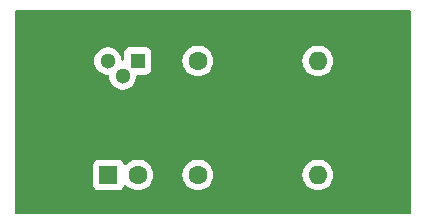
<source format=gbr>
%TF.GenerationSoftware,KiCad,Pcbnew,7.0.7*%
%TF.CreationDate,2023-08-19T23:50:35-07:00*%
%TF.ProjectId,genesis_s-video_simple,67656e65-7369-4735-9f73-2d766964656f,rev?*%
%TF.SameCoordinates,Original*%
%TF.FileFunction,Copper,L2,Bot*%
%TF.FilePolarity,Positive*%
%FSLAX46Y46*%
G04 Gerber Fmt 4.6, Leading zero omitted, Abs format (unit mm)*
G04 Created by KiCad (PCBNEW 7.0.7) date 2023-08-19 23:50:35*
%MOMM*%
%LPD*%
G01*
G04 APERTURE LIST*
%TA.AperFunction,ComponentPad*%
%ADD10R,1.300000X1.300000*%
%TD*%
%TA.AperFunction,ComponentPad*%
%ADD11C,1.300000*%
%TD*%
%TA.AperFunction,ComponentPad*%
%ADD12R,1.600000X1.600000*%
%TD*%
%TA.AperFunction,ComponentPad*%
%ADD13C,1.600000*%
%TD*%
%TA.AperFunction,ComponentPad*%
%ADD14O,1.600000X1.600000*%
%TD*%
%TA.AperFunction,ViaPad*%
%ADD15C,0.800000*%
%TD*%
G04 APERTURE END LIST*
D10*
%TO.P,Q2,1,E*%
%TO.N,Net-(Q2-E)*%
X116332000Y-80772000D03*
D11*
%TO.P,Q2,2,B*%
%TO.N,Net-(J1-Pin_1)*%
X115052000Y-82042000D03*
%TO.P,Q2,3,C*%
%TO.N,+5V*%
X113792000Y-80772000D03*
%TD*%
D12*
%TO.P,C1,1*%
%TO.N,Net-(J2-Pin_1)*%
X113832000Y-90424000D03*
D13*
%TO.P,C1,2*%
%TO.N,Net-(C1-Pad2)*%
X116332000Y-90424000D03*
%TD*%
D14*
%TO.P,R2,2*%
%TO.N,Net-(J4-Pin_1)*%
X131572000Y-80772000D03*
D13*
%TO.P,R2,1*%
%TO.N,Net-(Q2-E)*%
X121412000Y-80772000D03*
%TD*%
%TO.P,R1,1*%
%TO.N,Net-(C1-Pad2)*%
X121412000Y-90424000D03*
D14*
%TO.P,R1,2*%
%TO.N,Net-(J5-Pin_1)*%
X131572000Y-90424000D03*
%TD*%
D15*
%TO.N,GND*%
X110744000Y-82042000D03*
X124714000Y-80772000D03*
X128270000Y-80772000D03*
X128270000Y-90424000D03*
X124714000Y-90424000D03*
%TD*%
%TA.AperFunction,Conductor*%
%TO.N,GND*%
G36*
X139389039Y-76473685D02*
G01*
X139434794Y-76526489D01*
X139446000Y-76578000D01*
X139446000Y-93602000D01*
X139426315Y-93669039D01*
X139373511Y-93714794D01*
X139322000Y-93726000D01*
X106042000Y-93726000D01*
X105974961Y-93706315D01*
X105929206Y-93653511D01*
X105918000Y-93602000D01*
X105918000Y-91271870D01*
X112531500Y-91271870D01*
X112531501Y-91271876D01*
X112537908Y-91331483D01*
X112588202Y-91466328D01*
X112588206Y-91466335D01*
X112674452Y-91581544D01*
X112674455Y-91581547D01*
X112789664Y-91667793D01*
X112789671Y-91667797D01*
X112924517Y-91718091D01*
X112924516Y-91718091D01*
X112931444Y-91718835D01*
X112984127Y-91724500D01*
X114679872Y-91724499D01*
X114739483Y-91718091D01*
X114874331Y-91667796D01*
X114989546Y-91581546D01*
X115075796Y-91466331D01*
X115126091Y-91331483D01*
X115126092Y-91331472D01*
X115127365Y-91326088D01*
X115161933Y-91265369D01*
X115223841Y-91232978D01*
X115293433Y-91239199D01*
X115335725Y-91266912D01*
X115492858Y-91424045D01*
X115492861Y-91424047D01*
X115679266Y-91554568D01*
X115885504Y-91650739D01*
X116105308Y-91709635D01*
X116267230Y-91723801D01*
X116331998Y-91729468D01*
X116332000Y-91729468D01*
X116332002Y-91729468D01*
X116388807Y-91724498D01*
X116558692Y-91709635D01*
X116778496Y-91650739D01*
X116984734Y-91554568D01*
X117171139Y-91424047D01*
X117332047Y-91263139D01*
X117462568Y-91076734D01*
X117558739Y-90870496D01*
X117617635Y-90650692D01*
X117637468Y-90424001D01*
X120106532Y-90424001D01*
X120126364Y-90650686D01*
X120126366Y-90650697D01*
X120185258Y-90870488D01*
X120185261Y-90870497D01*
X120281431Y-91076732D01*
X120281432Y-91076734D01*
X120411954Y-91263141D01*
X120572858Y-91424045D01*
X120572861Y-91424047D01*
X120759266Y-91554568D01*
X120965504Y-91650739D01*
X121185308Y-91709635D01*
X121347230Y-91723801D01*
X121411998Y-91729468D01*
X121412000Y-91729468D01*
X121412002Y-91729468D01*
X121468807Y-91724498D01*
X121638692Y-91709635D01*
X121858496Y-91650739D01*
X122064734Y-91554568D01*
X122251139Y-91424047D01*
X122412047Y-91263139D01*
X122542568Y-91076734D01*
X122638739Y-90870496D01*
X122697635Y-90650692D01*
X122717468Y-90424001D01*
X130266532Y-90424001D01*
X130286364Y-90650686D01*
X130286366Y-90650697D01*
X130345258Y-90870488D01*
X130345261Y-90870497D01*
X130441431Y-91076732D01*
X130441432Y-91076734D01*
X130571954Y-91263141D01*
X130732858Y-91424045D01*
X130732861Y-91424047D01*
X130919266Y-91554568D01*
X131125504Y-91650739D01*
X131345308Y-91709635D01*
X131507230Y-91723801D01*
X131571998Y-91729468D01*
X131572000Y-91729468D01*
X131572002Y-91729468D01*
X131628807Y-91724498D01*
X131798692Y-91709635D01*
X132018496Y-91650739D01*
X132224734Y-91554568D01*
X132411139Y-91424047D01*
X132572047Y-91263139D01*
X132702568Y-91076734D01*
X132798739Y-90870496D01*
X132857635Y-90650692D01*
X132877468Y-90424000D01*
X132857635Y-90197308D01*
X132798739Y-89977504D01*
X132702568Y-89771266D01*
X132572047Y-89584861D01*
X132572045Y-89584858D01*
X132411141Y-89423954D01*
X132224734Y-89293432D01*
X132224732Y-89293431D01*
X132018497Y-89197261D01*
X132018488Y-89197258D01*
X131798697Y-89138366D01*
X131798693Y-89138365D01*
X131798692Y-89138365D01*
X131798691Y-89138364D01*
X131798686Y-89138364D01*
X131572002Y-89118532D01*
X131571998Y-89118532D01*
X131345313Y-89138364D01*
X131345302Y-89138366D01*
X131125511Y-89197258D01*
X131125502Y-89197261D01*
X130919267Y-89293431D01*
X130919265Y-89293432D01*
X130732858Y-89423954D01*
X130571954Y-89584858D01*
X130441432Y-89771265D01*
X130441431Y-89771267D01*
X130345261Y-89977502D01*
X130345258Y-89977511D01*
X130286366Y-90197302D01*
X130286364Y-90197313D01*
X130266532Y-90423998D01*
X130266532Y-90424001D01*
X122717468Y-90424001D01*
X122717468Y-90424000D01*
X122697635Y-90197308D01*
X122638739Y-89977504D01*
X122542568Y-89771266D01*
X122412047Y-89584861D01*
X122412045Y-89584858D01*
X122251141Y-89423954D01*
X122064734Y-89293432D01*
X122064732Y-89293431D01*
X121858497Y-89197261D01*
X121858488Y-89197258D01*
X121638697Y-89138366D01*
X121638693Y-89138365D01*
X121638692Y-89138365D01*
X121638691Y-89138364D01*
X121638686Y-89138364D01*
X121412002Y-89118532D01*
X121411998Y-89118532D01*
X121185313Y-89138364D01*
X121185302Y-89138366D01*
X120965511Y-89197258D01*
X120965502Y-89197261D01*
X120759267Y-89293431D01*
X120759265Y-89293432D01*
X120572858Y-89423954D01*
X120411954Y-89584858D01*
X120281432Y-89771265D01*
X120281431Y-89771267D01*
X120185261Y-89977502D01*
X120185258Y-89977511D01*
X120126366Y-90197302D01*
X120126364Y-90197313D01*
X120106532Y-90423998D01*
X120106532Y-90424001D01*
X117637468Y-90424001D01*
X117637468Y-90424000D01*
X117617635Y-90197308D01*
X117558739Y-89977504D01*
X117462568Y-89771266D01*
X117332047Y-89584861D01*
X117332045Y-89584858D01*
X117171141Y-89423954D01*
X116984734Y-89293432D01*
X116984732Y-89293431D01*
X116778497Y-89197261D01*
X116778488Y-89197258D01*
X116558697Y-89138366D01*
X116558693Y-89138365D01*
X116558692Y-89138365D01*
X116558691Y-89138364D01*
X116558686Y-89138364D01*
X116332002Y-89118532D01*
X116331998Y-89118532D01*
X116105313Y-89138364D01*
X116105302Y-89138366D01*
X115885511Y-89197258D01*
X115885502Y-89197261D01*
X115679267Y-89293431D01*
X115679265Y-89293432D01*
X115492862Y-89423951D01*
X115335726Y-89581087D01*
X115274403Y-89614571D01*
X115204711Y-89609587D01*
X115148778Y-89567715D01*
X115127369Y-89521923D01*
X115126091Y-89516518D01*
X115075797Y-89381671D01*
X115075793Y-89381664D01*
X114989547Y-89266455D01*
X114989544Y-89266452D01*
X114874335Y-89180206D01*
X114874328Y-89180202D01*
X114739482Y-89129908D01*
X114739483Y-89129908D01*
X114679883Y-89123501D01*
X114679881Y-89123500D01*
X114679873Y-89123500D01*
X114679864Y-89123500D01*
X112984129Y-89123500D01*
X112984123Y-89123501D01*
X112924516Y-89129908D01*
X112789671Y-89180202D01*
X112789664Y-89180206D01*
X112674455Y-89266452D01*
X112674452Y-89266455D01*
X112588206Y-89381664D01*
X112588202Y-89381671D01*
X112537908Y-89516517D01*
X112531501Y-89576116D01*
X112531500Y-89576135D01*
X112531500Y-91271870D01*
X105918000Y-91271870D01*
X105918000Y-80772000D01*
X112636570Y-80772000D01*
X112656244Y-80984310D01*
X112714596Y-81189392D01*
X112714596Y-81189394D01*
X112809632Y-81380253D01*
X112922326Y-81529482D01*
X112938128Y-81550407D01*
X113095698Y-81694052D01*
X113276981Y-81806298D01*
X113475802Y-81883321D01*
X113685390Y-81922500D01*
X113685392Y-81922500D01*
X113772571Y-81922500D01*
X113839610Y-81942185D01*
X113885365Y-81994989D01*
X113894383Y-82036445D01*
X113896042Y-82036292D01*
X113916244Y-82254310D01*
X113974596Y-82459392D01*
X113974596Y-82459394D01*
X114069632Y-82650253D01*
X114069634Y-82650255D01*
X114198128Y-82820407D01*
X114355698Y-82964052D01*
X114536981Y-83076298D01*
X114735802Y-83153321D01*
X114945390Y-83192500D01*
X114945392Y-83192500D01*
X115158608Y-83192500D01*
X115158610Y-83192500D01*
X115368198Y-83153321D01*
X115567019Y-83076298D01*
X115748302Y-82964052D01*
X115905872Y-82820407D01*
X116034366Y-82650255D01*
X116129405Y-82459389D01*
X116187756Y-82254310D01*
X116207429Y-82042000D01*
X116207958Y-82036292D01*
X116210360Y-82036514D01*
X116227114Y-81979460D01*
X116279918Y-81933705D01*
X116331429Y-81922499D01*
X117029871Y-81922499D01*
X117029872Y-81922499D01*
X117089483Y-81916091D01*
X117224331Y-81865796D01*
X117339546Y-81779546D01*
X117425796Y-81664331D01*
X117476091Y-81529483D01*
X117482500Y-81469873D01*
X117482500Y-80772001D01*
X120106532Y-80772001D01*
X120126364Y-80998686D01*
X120126366Y-80998697D01*
X120185258Y-81218488D01*
X120185261Y-81218497D01*
X120281431Y-81424732D01*
X120281432Y-81424734D01*
X120411954Y-81611141D01*
X120572858Y-81772045D01*
X120572861Y-81772047D01*
X120759266Y-81902568D01*
X120965504Y-81998739D01*
X121185308Y-82057635D01*
X121347230Y-82071801D01*
X121411998Y-82077468D01*
X121412000Y-82077468D01*
X121412002Y-82077468D01*
X121468673Y-82072509D01*
X121638692Y-82057635D01*
X121858496Y-81998739D01*
X122064734Y-81902568D01*
X122251139Y-81772047D01*
X122412047Y-81611139D01*
X122542568Y-81424734D01*
X122638739Y-81218496D01*
X122697635Y-80998692D01*
X122717468Y-80772001D01*
X130266532Y-80772001D01*
X130286364Y-80998686D01*
X130286366Y-80998697D01*
X130345258Y-81218488D01*
X130345261Y-81218497D01*
X130441431Y-81424732D01*
X130441432Y-81424734D01*
X130571954Y-81611141D01*
X130732858Y-81772045D01*
X130732861Y-81772047D01*
X130919266Y-81902568D01*
X131125504Y-81998739D01*
X131345308Y-82057635D01*
X131507230Y-82071801D01*
X131571998Y-82077468D01*
X131572000Y-82077468D01*
X131572002Y-82077468D01*
X131628673Y-82072509D01*
X131798692Y-82057635D01*
X132018496Y-81998739D01*
X132224734Y-81902568D01*
X132411139Y-81772047D01*
X132572047Y-81611139D01*
X132702568Y-81424734D01*
X132798739Y-81218496D01*
X132857635Y-80998692D01*
X132877468Y-80772000D01*
X132857635Y-80545308D01*
X132798739Y-80325504D01*
X132702568Y-80119266D01*
X132572047Y-79932861D01*
X132572045Y-79932858D01*
X132411141Y-79771954D01*
X132224734Y-79641432D01*
X132224732Y-79641431D01*
X132018497Y-79545261D01*
X132018488Y-79545258D01*
X131798697Y-79486366D01*
X131798693Y-79486365D01*
X131798692Y-79486365D01*
X131798691Y-79486364D01*
X131798686Y-79486364D01*
X131572002Y-79466532D01*
X131571998Y-79466532D01*
X131345313Y-79486364D01*
X131345302Y-79486366D01*
X131125511Y-79545258D01*
X131125502Y-79545261D01*
X130919267Y-79641431D01*
X130919265Y-79641432D01*
X130732858Y-79771954D01*
X130571954Y-79932858D01*
X130441432Y-80119265D01*
X130441431Y-80119267D01*
X130345261Y-80325502D01*
X130345258Y-80325511D01*
X130286366Y-80545302D01*
X130286364Y-80545313D01*
X130266532Y-80771998D01*
X130266532Y-80772001D01*
X122717468Y-80772001D01*
X122717468Y-80772000D01*
X122697635Y-80545308D01*
X122638739Y-80325504D01*
X122542568Y-80119266D01*
X122412047Y-79932861D01*
X122412045Y-79932858D01*
X122251141Y-79771954D01*
X122064734Y-79641432D01*
X122064732Y-79641431D01*
X121858497Y-79545261D01*
X121858488Y-79545258D01*
X121638697Y-79486366D01*
X121638693Y-79486365D01*
X121638692Y-79486365D01*
X121638691Y-79486364D01*
X121638686Y-79486364D01*
X121412002Y-79466532D01*
X121411998Y-79466532D01*
X121185313Y-79486364D01*
X121185302Y-79486366D01*
X120965511Y-79545258D01*
X120965502Y-79545261D01*
X120759267Y-79641431D01*
X120759265Y-79641432D01*
X120572858Y-79771954D01*
X120411954Y-79932858D01*
X120281432Y-80119265D01*
X120281431Y-80119267D01*
X120185261Y-80325502D01*
X120185258Y-80325511D01*
X120126366Y-80545302D01*
X120126364Y-80545313D01*
X120106532Y-80771998D01*
X120106532Y-80772001D01*
X117482500Y-80772001D01*
X117482499Y-80074128D01*
X117476091Y-80014517D01*
X117445635Y-79932861D01*
X117425797Y-79879671D01*
X117425793Y-79879664D01*
X117339547Y-79764455D01*
X117339544Y-79764452D01*
X117224335Y-79678206D01*
X117224328Y-79678202D01*
X117089482Y-79627908D01*
X117089483Y-79627908D01*
X117029883Y-79621501D01*
X117029881Y-79621500D01*
X117029873Y-79621500D01*
X117029864Y-79621500D01*
X115634129Y-79621500D01*
X115634123Y-79621501D01*
X115574516Y-79627908D01*
X115439671Y-79678202D01*
X115439664Y-79678206D01*
X115324455Y-79764452D01*
X115324452Y-79764455D01*
X115238206Y-79879664D01*
X115238202Y-79879671D01*
X115187908Y-80014517D01*
X115181501Y-80074116D01*
X115181501Y-80074123D01*
X115181500Y-80074135D01*
X115181500Y-80615946D01*
X115161815Y-80682985D01*
X115109011Y-80728740D01*
X115039853Y-80738684D01*
X114976297Y-80709659D01*
X114938523Y-80650881D01*
X114934029Y-80627387D01*
X114932969Y-80615946D01*
X114927756Y-80559690D01*
X114869405Y-80354611D01*
X114869403Y-80354606D01*
X114869403Y-80354605D01*
X114774367Y-80163746D01*
X114645872Y-79993593D01*
X114488302Y-79849948D01*
X114307019Y-79737702D01*
X114307017Y-79737701D01*
X114207608Y-79699190D01*
X114108198Y-79660679D01*
X113898610Y-79621500D01*
X113685390Y-79621500D01*
X113475802Y-79660679D01*
X113475799Y-79660679D01*
X113475799Y-79660680D01*
X113276982Y-79737701D01*
X113276980Y-79737702D01*
X113095699Y-79849947D01*
X112938127Y-79993593D01*
X112809632Y-80163746D01*
X112714596Y-80354605D01*
X112714596Y-80354607D01*
X112656244Y-80559689D01*
X112636570Y-80771999D01*
X112636570Y-80772000D01*
X105918000Y-80772000D01*
X105918000Y-76578000D01*
X105937685Y-76510961D01*
X105990489Y-76465206D01*
X106042000Y-76454000D01*
X139322000Y-76454000D01*
X139389039Y-76473685D01*
G37*
%TD.AperFunction*%
%TD*%
M02*

</source>
